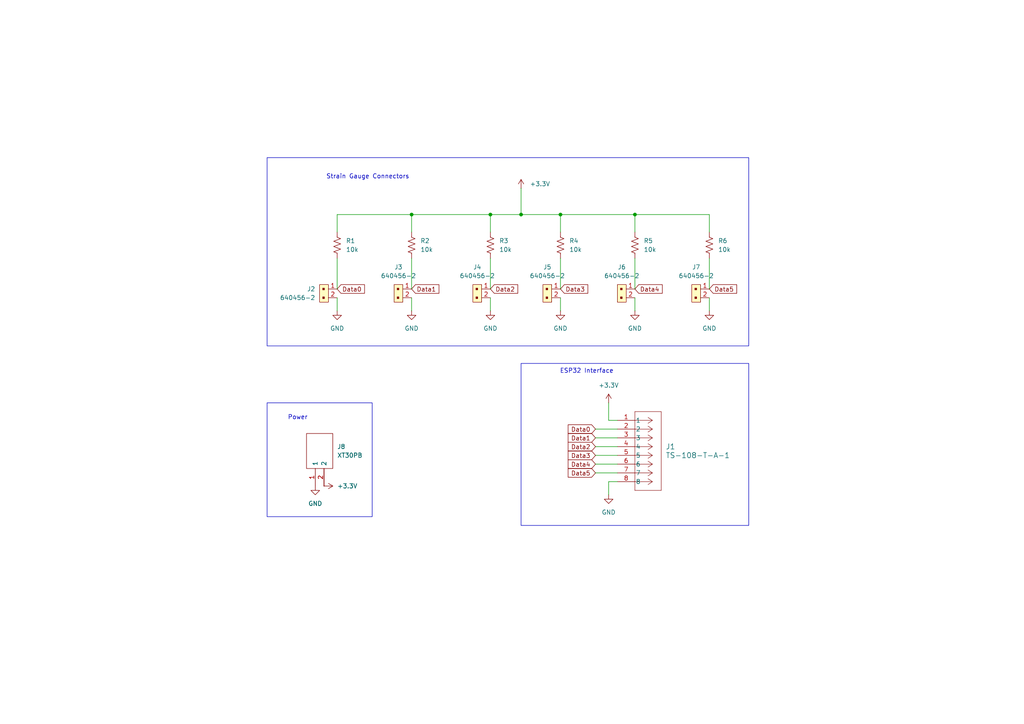
<source format=kicad_sch>
(kicad_sch (version 20231120) (generator "eeschema") (generator_version "8.0")
  (paper "A4")
  (lib_symbols
    (symbol "2024-08-26_21-59-15:TS-108-T-A-1" (pin_names (offset 0.254))
      (property "Reference" "J1" (at 13.97 -7.6199 0))
      (property "Value" "TS-108-T-A-1" (at 13.97 -10.1599 0))
      (symbol "TS-108-T-A-1_1_1"
        (polyline (pts (xy 5.08 -20.32) (xy 12.7 -20.32)) (stroke (width 0.127)))
        (polyline (pts (xy 5.08 2.54) (xy 5.08 -20.32)) (stroke (width 0.127)))
        (polyline (pts (xy 10.16 -17.78) (xy 5.08 -17.78)) (stroke (width 0.127)))
        (polyline (pts (xy 10.16 -17.78) (xy 8.89 -18.6267)) (stroke (width 0.127)))
        (polyline (pts (xy 10.16 -17.78) (xy 8.89 -16.9333)) (stroke (width 0.127)))
        (polyline (pts (xy 10.16 -15.24) (xy 5.08 -15.24)) (stroke (width 0.127)))
        (polyline (pts (xy 10.16 -15.24) (xy 8.89 -16.0867)) (stroke (width 0.127)))
        (polyline (pts (xy 10.16 -15.24) (xy 8.89 -14.3933)) (stroke (width 0.127)))
        (polyline (pts (xy 10.16 -12.7) (xy 5.08 -12.7)) (stroke (width 0.127)))
        (polyline (pts (xy 10.16 -12.7) (xy 8.89 -13.5467)) (stroke (width 0.127)))
        (polyline (pts (xy 10.16 -12.7) (xy 8.89 -11.8533)) (stroke (width 0.127)))
        (polyline (pts (xy 10.16 -10.16) (xy 5.08 -10.16)) (stroke (width 0.127)))
        (polyline (pts (xy 10.16 -10.16) (xy 8.89 -11.0067)) (stroke (width 0.127)))
        (polyline (pts (xy 10.16 -10.16) (xy 8.89 -9.3133)) (stroke (width 0.127)))
        (polyline (pts (xy 10.16 -7.62) (xy 5.08 -7.62)) (stroke (width 0.127)))
        (polyline (pts (xy 10.16 -7.62) (xy 8.89 -8.4667)) (stroke (width 0.127)))
        (polyline (pts (xy 10.16 -7.62) (xy 8.89 -6.7733)) (stroke (width 0.127)))
        (polyline (pts (xy 10.16 -5.08) (xy 5.08 -5.08)) (stroke (width 0.127)))
        (polyline (pts (xy 10.16 -5.08) (xy 8.89 -5.9267)) (stroke (width 0.127)))
        (polyline (pts (xy 10.16 -5.08) (xy 8.89 -4.2333)) (stroke (width 0.127)))
        (polyline (pts (xy 10.16 -2.54) (xy 5.08 -2.54)) (stroke (width 0.127)))
        (polyline (pts (xy 10.16 -2.54) (xy 8.89 -3.3867)) (stroke (width 0.127)))
        (polyline (pts (xy 10.16 -2.54) (xy 8.89 -1.6933)) (stroke (width 0.127)))
        (polyline (pts (xy 10.16 0) (xy 5.08 0)) (stroke (width 0.127)))
        (polyline (pts (xy 10.16 0) (xy 8.89 -0.8467)) (stroke (width 0.127)))
        (polyline (pts (xy 10.16 0) (xy 8.89 0.8467)) (stroke (width 0.127)))
        (polyline (pts (xy 12.7 -20.32) (xy 12.7 2.54)) (stroke (width 0.127)))
        (polyline (pts (xy 12.7 2.54) (xy 5.08 2.54)) (stroke (width 0.127)))
        (pin unspecified line (at 0 0 0) (length 5.08) (name "1") (number "1"))
        (pin unspecified line (at 0 -2.54 0) (length 5.08) (name "2") (number "2"))
        (pin unspecified line (at 0 -5.08 0) (length 5.08) (name "3") (number "3"))
        (pin unspecified line (at 0 -7.62 0) (length 5.08) (name "4") (number "4"))
        (pin unspecified line (at 0 -10.16 0) (length 5.08) (name "5") (number "5"))
        (pin unspecified line (at 0 -12.7 0) (length 5.08) (name "6") (number "6"))
        (pin unspecified line (at 0 -15.24 0) (length 5.08) (name "7") (number "7"))
        (pin unspecified line (at 0 -17.78 0) (length 5.08) (name "8") (number "8"))
      )
      (symbol "TS-108-T-A-1_1_2"
        (polyline (pts (xy 5.08 -20.32) (xy 12.7 -20.32)) (stroke (width 0.127)))
        (polyline (pts (xy 5.08 2.54) (xy 5.08 -20.32)) (stroke (width 0.127)))
        (polyline (pts (xy 7.62 -17.78) (xy 5.08 -17.78)) (stroke (width 0.127)))
        (polyline (pts (xy 7.62 -17.78) (xy 8.89 -18.6267)) (stroke (width 0.127)))
        (polyline (pts (xy 7.62 -17.78) (xy 8.89 -16.9333)) (stroke (width 0.127)))
        (polyline (pts (xy 7.62 -15.24) (xy 5.08 -15.24)) (stroke (width 0.127)))
        (polyline (pts (xy 7.62 -15.24) (xy 8.89 -16.0867)) (stroke (width 0.127)))
        (polyline (pts (xy 7.62 -15.24) (xy 8.89 -14.3933)) (stroke (width 0.127)))
        (polyline (pts (xy 7.62 -12.7) (xy 5.08 -12.7)) (stroke (width 0.127)))
        (polyline (pts (xy 7.62 -12.7) (xy 8.89 -13.5467)) (stroke (width 0.127)))
        (polyline (pts (xy 7.62 -12.7) (xy 8.89 -11.8533)) (stroke (width 0.127)))
        (polyline (pts (xy 7.62 -10.16) (xy 5.08 -10.16)) (stroke (width 0.127)))
        (polyline (pts (xy 7.62 -10.16) (xy 8.89 -11.0067)) (stroke (width 0.127)))
        (polyline (pts (xy 7.62 -10.16) (xy 8.89 -9.3133)) (stroke (width 0.127)))
        (polyline (pts (xy 7.62 -7.62) (xy 5.08 -7.62)) (stroke (width 0.127)))
        (polyline (pts (xy 7.62 -7.62) (xy 8.89 -8.4667)) (stroke (width 0.127)))
        (polyline (pts (xy 7.62 -7.62) (xy 8.89 -6.7733)) (stroke (width 0.127)))
        (polyline (pts (xy 7.62 -5.08) (xy 5.08 -5.08)) (stroke (width 0.127)))
        (polyline (pts (xy 7.62 -5.08) (xy 8.89 -5.9267)) (stroke (width 0.127)))
        (polyline (pts (xy 7.62 -5.08) (xy 8.89 -4.2333)) (stroke (width 0.127)))
        (polyline (pts (xy 7.62 -2.54) (xy 5.08 -2.54)) (stroke (width 0.127)))
        (polyline (pts (xy 7.62 -2.54) (xy 8.89 -3.3867)) (stroke (width 0.127)))
        (polyline (pts (xy 7.62 -2.54) (xy 8.89 -1.6933)) (stroke (width 0.127)))
        (polyline (pts (xy 7.62 0) (xy 5.08 0)) (stroke (width 0.127)))
        (polyline (pts (xy 7.62 0) (xy 8.89 -0.8467)) (stroke (width 0.127)))
        (polyline (pts (xy 7.62 0) (xy 8.89 0.8467)) (stroke (width 0.127)))
        (polyline (pts (xy 12.7 -20.32) (xy 12.7 2.54)) (stroke (width 0.127)))
        (polyline (pts (xy 12.7 2.54) (xy 5.08 2.54)) (stroke (width 0.127)))
        (pin unspecified line (at 0 0 0) (length 5.08) (name "1") (number "1"))
        (pin unspecified line (at 0 -2.54 0) (length 5.08) (name "2") (number "2"))
        (pin unspecified line (at 0 -5.08 0) (length 5.08) (name "3") (number "3"))
        (pin unspecified line (at 0 -7.62 0) (length 5.08) (name "4") (number "4"))
        (pin unspecified line (at 0 -10.16 0) (length 5.08) (name "5") (number "5"))
        (pin unspecified line (at 0 -12.7 0) (length 5.08) (name "6") (number "6"))
        (pin unspecified line (at 0 -15.24 0) (length 5.08) (name "7") (number "7"))
        (pin unspecified line (at 0 -17.78 0) (length 5.08) (name "8") (number "8"))
      )
    )
    (symbol "SparkFun-Resistor:10k_0603" (pin_numbers hide) (pin_names (offset 0))
      (property "Reference" "R" (at 0 -2.54 0))
      (property "Value" "10k" (at 0 2.54 0))
      (symbol "10k_0603_0_1"
        (polyline (pts (xy -2.286 0) (xy -2.54 0)))
        (polyline (pts (xy 2.286 0) (xy 2.54 0)))
        (polyline (pts (xy -0.762 0) (xy -1.143 -1.016) (xy -1.524 0) (xy -1.905 1.016) (xy -2.286 0)))
        (polyline (pts (xy 0.762 0) (xy 0.381 -1.016) (xy 0 0) (xy -0.381 1.016) (xy -0.762 0)))
        (polyline (pts (xy 2.286 0) (xy 1.905 -1.016) (xy 1.524 0) (xy 1.143 1.016) (xy 0.762 0)))
      )
      (symbol "10k_0603_1_1"
        (pin passive line (at 3.81 0 180) (length 1.27) (name "~") (number "1"))
        (pin passive line (at -3.81 0 0) (length 1.27) (name "~") (number "2"))
      )
    )
    (symbol "XT30PB:XT30PB" (pin_names (offset 0.762))
      (property "Reference" "J" (at 16.51 7.62 0))
      (property "Value" "XT30PB" (at 16.51 5.08 0))
      (symbol "XT30PB_0_0"
        (pin passive line (at 0 0 0) (length 5.08) (name "1") (number "1"))
        (pin passive line (at 0 -2.54 0) (length 5.08) (name "2") (number "2"))
      )
      (symbol "XT30PB_0_1"
        (polyline (pts (xy 5.08 2.54) (xy 15.24 2.54) (xy 15.24 -5.08) (xy 5.08 -5.08) (xy 5.08 2.54)) (stroke (width 0.1524)))
      )
    )
    (symbol "dk_Rectangular-Connectors-Headers-Male-Pins:640456-2" (pin_names (offset 1.016))
      (property "Reference" "J" (at -2.54 1.27 0))
      (property "Value" "640456-2" (at 1.27 -3.81 0))
      (symbol "640456-2_1_1"
        (rectangle (start -1.27 0) (end 3.81 -2.54) (fill (type background)))
        (rectangle (start -0.254 -1.143) (end 0.254 -1.651) (fill (type outline)))
        (rectangle (start 2.286 -1.143) (end 2.794 -1.651) (fill (type outline)))
        (pin passive line (at 0 2.54 270) (length 2.54) (name "~") (number "1"))
        (pin passive line (at 2.54 2.54 270) (length 2.54) (name "~") (number "2"))
      )
    )
    (symbol "power:+3.3V" (power) (pin_numbers hide) (pin_names (offset 0) hide)
      (property "Value" "+3.3V" (at 0 3.556 0))
      (symbol "+3.3V_0_1"
        (polyline (pts (xy -0.762 1.27) (xy 0 2.54)))
        (polyline (pts (xy 0 0) (xy 0 2.54)))
        (polyline (pts (xy 0 2.54) (xy 0.762 1.27)))
      )
      (symbol "+3.3V_1_1"
        (pin power_in line (at 0 0 90) (length 0) (name "~") (number "1"))
      )
    )
    (symbol "power:GND" (power) (pin_numbers hide) (pin_names (offset 0) hide)
      (property "Value" "GND" (at 0 -3.81 0))
      (symbol "GND_0_1"
        (polyline (pts (xy 0 0) (xy 0 -1.27) (xy 1.27 -1.27) (xy 0 -2.54) (xy -1.27 -1.27) (xy 0 -1.27)))
      )
      (symbol "GND_1_1"
        (pin power_in line (at 0 0 270) (length 0) (name "~") (number "1"))
      )
    )
  )
  (junction (at 184.15 62.23))
  (junction (at 142.24 62.23))
  (junction (at 119.38 62.23))
  (junction (at 151.13 62.23))
  (junction (at 162.56 62.23))
  (wire (pts (xy 184.15 62.23) (xy 184.15 67.31)))
  (wire (pts (xy 172.72 137.16) (xy 179.07 137.16)))
  (wire (pts (xy 205.74 90.17) (xy 205.74 86.36)))
  (wire (pts (xy 151.13 62.23) (xy 162.56 62.23)))
  (wire (pts (xy 184.15 90.17) (xy 184.15 86.36)))
  (wire (pts (xy 176.53 116.84) (xy 176.53 121.92)))
  (wire (pts (xy 172.72 129.54) (xy 179.07 129.54)))
  (wire (pts (xy 97.79 62.23) (xy 97.79 67.31)))
  (wire (pts (xy 162.56 62.23) (xy 184.15 62.23)))
  (wire (pts (xy 205.74 83.82) (xy 205.74 74.93)))
  (wire (pts (xy 97.79 62.23) (xy 119.38 62.23)))
  (wire (pts (xy 97.79 83.82) (xy 97.79 74.93)))
  (wire (pts (xy 142.24 62.23) (xy 151.13 62.23)))
  (wire (pts (xy 172.72 127) (xy 179.07 127)))
  (wire (pts (xy 142.24 62.23) (xy 142.24 67.31)))
  (wire (pts (xy 119.38 83.82) (xy 119.38 74.93)))
  (wire (pts (xy 184.15 62.23) (xy 205.74 62.23)))
  (wire (pts (xy 176.53 121.92) (xy 179.07 121.92)))
  (wire (pts (xy 172.72 124.46) (xy 179.07 124.46)))
  (wire (pts (xy 162.56 90.17) (xy 162.56 86.36)))
  (wire (pts (xy 142.24 83.82) (xy 142.24 74.93)))
  (wire (pts (xy 142.24 90.17) (xy 142.24 86.36)))
  (wire (pts (xy 176.53 143.51) (xy 176.53 139.7)))
  (wire (pts (xy 119.38 62.23) (xy 142.24 62.23)))
  (wire (pts (xy 205.74 62.23) (xy 205.74 67.31)))
  (wire (pts (xy 176.53 139.7) (xy 179.07 139.7)))
  (wire (pts (xy 162.56 62.23) (xy 162.56 67.31)))
  (wire (pts (xy 172.72 132.08) (xy 179.07 132.08)))
  (wire (pts (xy 151.13 54.61) (xy 151.13 62.23)))
  (wire (pts (xy 97.79 90.17) (xy 97.79 86.36)))
  (wire (pts (xy 119.38 62.23) (xy 119.38 67.31)))
  (wire (pts (xy 184.15 83.82) (xy 184.15 74.93)))
  (wire (pts (xy 119.38 90.17) (xy 119.38 86.36)))
  (wire (pts (xy 162.56 83.82) (xy 162.56 74.93)))
  (wire (pts (xy 172.72 134.62) (xy 179.07 134.62)))
  (rectangle (start 77.47 116.84) (end 107.95 149.86))
  (rectangle (start 77.47 45.72) (end 217.17 100.33))
  (rectangle (start 151.13 105.41) (end 217.17 152.4))
  (text "Power\n" (at 86.36 121.158 0) (effects (font (size 1.27 1.27))))
  (text "ESP32 Interface" (at 170.18 107.696 0) (effects (font (size 1.27 1.27))))
  (text "Strain Gauge Connectors" (at 106.68 51.308 0) (effects (font (size 1.27 1.27))))
  (global_label "Data2" (shape input) (at 142.24 83.82 0) (property "Intersheetrefs" "${INTERSHEET_REFS}" (effects (hide yes))))
  (global_label "Data4" (shape input) (at 184.15 83.82 0) (property "Intersheetrefs" "${INTERSHEET_REFS}" (effects (hide yes))))
  (global_label "Data2" (shape input) (at 172.72 129.54 180) (property "Intersheetrefs" "${INTERSHEET_REFS}" (effects (hide yes))))
  (global_label "Data3" (shape input) (at 162.56 83.82 0) (property "Intersheetrefs" "${INTERSHEET_REFS}" (effects (hide yes))))
  (global_label "Data5" (shape input) (at 172.72 137.16 180) (property "Intersheetrefs" "${INTERSHEET_REFS}" (effects (hide yes))))
  (global_label "Data0" (shape input) (at 97.79 83.82 0) (property "Intersheetrefs" "${INTERSHEET_REFS}" (effects (hide yes))))
  (global_label "Data5" (shape input) (at 205.74 83.82 0) (property "Intersheetrefs" "${INTERSHEET_REFS}" (effects (hide yes))))
  (global_label "Data0" (shape input) (at 172.72 124.46 180) (property "Intersheetrefs" "${INTERSHEET_REFS}" (effects (hide yes))))
  (global_label "Data1" (shape input) (at 172.72 127 180) (property "Intersheetrefs" "${INTERSHEET_REFS}" (effects (hide yes))))
  (global_label "Data4" (shape input) (at 172.72 134.62 180) (property "Intersheetrefs" "${INTERSHEET_REFS}" (effects (hide yes))))
  (global_label "Data1" (shape input) (at 119.38 83.82 0) (property "Intersheetrefs" "${INTERSHEET_REFS}" (effects (hide yes))))
  (global_label "Data3" (shape input) (at 172.72 132.08 180) (property "Intersheetrefs" "${INTERSHEET_REFS}" (effects (hide yes))))
  (symbol (lib_id "power:+3.3V") (at 151.13 54.61 0) (unit 1)
    (property "Reference" "#PWR01" (effects (hide yes)))
    (property "Value" "+3.3V" (at 153.67 53.3399 0) (effects (justify left)))
    (property "Description" "Power symbol creates a global label with name \"+3.3V\"" (effects (hide yes)))
  )
  (symbol (lib_id "power:GND") (at 162.56 90.17 0) (unit 1)
    (property "Reference" "#PWR05" (effects (hide yes)))
    (property "Value" "GND" (at 162.56 95.25 0))
    (property "Description" "Power symbol creates a global label with name \"GND\" , ground" (effects (hide yes)))
  )
  (symbol (lib_id "SparkFun-Resistor:10k_0603") (at 184.15 71.12 90) (unit 1)
    (property "Reference" "R5" (at 186.69 69.8499 90) (effects (justify right)))
    (property "Value" "10k" (at 186.69 72.3899 90) (effects (justify right)))
    (property "Footprint" "Resistor_SMD:R_0603_1608Metric" (effects (hide yes)))
    (property "Datasheet" "https://www.vishay.com/docs/20035/dcrcwe3.pdf" (effects (hide yes)))
    (property "Description" "Resistor" (effects (hide yes)))
    (property "PROD_ID" "RES-00824" (effects (hide yes)))
  )
  (symbol (lib_id "dk_Rectangular-Connectors-Headers-Male-Pins:640456-2") (at 139.7 83.82 270) (unit 1)
    (property "Reference" "J4" (at 138.43 77.47 90))
    (property "Value" "640456-2" (at 138.43 80.01 90))
    (property "Footprint" "digikey-footprints:PinHeader_1x2_P2.54mm_Drill1.02mm" (effects (hide yes)))
    (property "Datasheet" "https://www.te.com/commerce/DocumentDelivery/DDEController?Action=srchrtrv&DocNm=640456&DocType=Customer+Drawing&DocLang=English" (effects (hide yes)))
    (property "Description" "CONN HEADER VERT 2POS 2.54MM" (effects (hide yes)))
    (property "Digi-Key_PN" "A1921-ND" (effects (hide yes)))
    (property "MPN" "640456-2" (effects (hide yes)))
    (property "Category" "Connectors, Interconnects" (effects (hide yes)))
    (property "Family" "Rectangular Connectors - Headers, Male Pins" (effects (hide yes)))
    (property "DK_Datasheet_Link" "https://www.te.com/commerce/DocumentDelivery/DDEController?Action=srchrtrv&DocNm=640456&DocType=Customer+Drawing&DocLang=English" (effects (hide yes)))
    (property "DK_Detail_Page" "/product-detail/en/te-connectivity-amp-connectors/640456-2/A1921-ND/109003" (effects (hide yes)))
    (property "Description_1" "CONN HEADER VERT 2POS 2.54MM" (effects (hide yes)))
    (property "Manufacturer" "TE Connectivity AMP Connectors" (effects (hide yes)))
    (property "Status" "Active" (effects (hide yes)))
  )
  (symbol (lib_id "SparkFun-Resistor:10k_0603") (at 97.79 71.12 90) (unit 1)
    (property "Reference" "R1" (at 100.33 69.8499 90) (effects (justify right)))
    (property "Value" "10k" (at 100.33 72.3899 90) (effects (justify right)))
    (property "Footprint" "Resistor_SMD:R_0603_1608Metric" (effects (hide yes)))
    (property "Datasheet" "https://www.vishay.com/docs/20035/dcrcwe3.pdf" (effects (hide yes)))
    (property "Description" "Resistor" (effects (hide yes)))
    (property "PROD_ID" "RES-00824" (effects (hide yes)))
  )
  (symbol (lib_id "power:GND") (at 97.79 90.17 0) (unit 1)
    (property "Reference" "#PWR02" (effects (hide yes)))
    (property "Value" "GND" (at 97.79 95.25 0))
    (property "Description" "Power symbol creates a global label with name \"GND\" , ground" (effects (hide yes)))
  )
  (symbol (lib_id "SparkFun-Resistor:10k_0603") (at 205.74 71.12 90) (unit 1)
    (property "Reference" "R6" (at 208.28 69.8499 90) (effects (justify right)))
    (property "Value" "10k" (at 208.28 72.3899 90) (effects (justify right)))
    (property "Footprint" "Resistor_SMD:R_0603_1608Metric" (effects (hide yes)))
    (property "Datasheet" "https://www.vishay.com/docs/20035/dcrcwe3.pdf" (effects (hide yes)))
    (property "Description" "Resistor" (effects (hide yes)))
    (property "PROD_ID" "RES-00824" (effects (hide yes)))
  )
  (symbol (lib_id "dk_Rectangular-Connectors-Headers-Male-Pins:640456-2") (at 95.25 83.82 270) (unit 1)
    (property "Reference" "J2" (at 91.44 83.8199 90) (effects (justify right)))
    (property "Value" "640456-2" (at 91.44 86.3599 90) (effects (justify right)))
    (property "Footprint" "digikey-footprints:PinHeader_1x2_P2.54mm_Drill1.02mm" (effects (hide yes)))
    (property "Datasheet" "https://www.te.com/commerce/DocumentDelivery/DDEController?Action=srchrtrv&DocNm=640456&DocType=Customer+Drawing&DocLang=English" (effects (hide yes)))
    (property "Description" "CONN HEADER VERT 2POS 2.54MM" (effects (hide yes)))
    (property "Digi-Key_PN" "A1921-ND" (effects (hide yes)))
    (property "MPN" "640456-2" (effects (hide yes)))
    (property "Category" "Connectors, Interconnects" (effects (hide yes)))
    (property "Family" "Rectangular Connectors - Headers, Male Pins" (effects (hide yes)))
    (property "DK_Datasheet_Link" "https://www.te.com/commerce/DocumentDelivery/DDEController?Action=srchrtrv&DocNm=640456&DocType=Customer+Drawing&DocLang=English" (effects (hide yes)))
    (property "DK_Detail_Page" "/product-detail/en/te-connectivity-amp-connectors/640456-2/A1921-ND/109003" (effects (hide yes)))
    (property "Description_1" "CONN HEADER VERT 2POS 2.54MM" (effects (hide yes)))
    (property "Manufacturer" "TE Connectivity AMP Connectors" (effects (hide yes)))
    (property "Status" "Active" (effects (hide yes)))
  )
  (symbol (lib_id "XT30PB:XT30PB") (at 91.44 140.97 90) (unit 1)
    (property "Reference" "J8" (at 97.79 129.5399 90) (effects (justify right)))
    (property "Value" "XT30PB" (at 97.79 132.0799 90) (effects (justify right)))
    (property "Footprint" "Connector_AMASS:AMASS_XT30U-F_1x02_P5.0mm_Vertical" (effects (hide yes)))
    (property "Datasheet" "https://www.tme.eu/Document/4acc913878197f8c2e30d4b8cdc47230/XT30UPB%20SPEC.pdf" (effects (hide yes)))
    (property "Description" "Mini XT60 XT30 Connector for RC Multirotor Racing Drone Quadcopter" (effects (hide yes)))
    (property "Description_1" "Mini XT60 XT30 Connector for RC Multirotor Racing Drone Quadcopter" (effects (hide yes)))
    (property "Height" "10.7" (effects (hide yes)))
    (property "Manufacturer_Name" "Amass" (effects (hide yes)))
    (property "Manufacturer_Part_Number" "XT30PB" (effects (hide yes)))
  )
  (symbol (lib_id "SparkFun-Resistor:10k_0603") (at 142.24 71.12 90) (unit 1)
    (property "Reference" "R3" (at 144.78 69.8499 90) (effects (justify right)))
    (property "Value" "10k" (at 144.78 72.3899 90) (effects (justify right)))
    (property "Footprint" "Resistor_SMD:R_0603_1608Metric" (effects (hide yes)))
    (property "Datasheet" "https://www.vishay.com/docs/20035/dcrcwe3.pdf" (effects (hide yes)))
    (property "Description" "Resistor" (effects (hide yes)))
    (property "PROD_ID" "RES-00824" (effects (hide yes)))
  )
  (symbol (lib_id "SparkFun-Resistor:10k_0603") (at 119.38 71.12 90) (unit 1)
    (property "Reference" "R2" (at 121.92 69.8499 90) (effects (justify right)))
    (property "Value" "10k" (at 121.92 72.3899 90) (effects (justify right)))
    (property "Footprint" "Resistor_SMD:R_0603_1608Metric" (effects (hide yes)))
    (property "Datasheet" "https://www.vishay.com/docs/20035/dcrcwe3.pdf" (effects (hide yes)))
    (property "Description" "Resistor" (effects (hide yes)))
    (property "PROD_ID" "RES-00824" (effects (hide yes)))
  )
  (symbol (lib_id "power:GND") (at 119.38 90.17 0) (unit 1)
    (property "Reference" "#PWR03" (effects (hide yes)))
    (property "Value" "GND" (at 119.38 95.25 0))
    (property "Description" "Power symbol creates a global label with name \"GND\" , ground" (effects (hide yes)))
  )
  (symbol (lib_id "dk_Rectangular-Connectors-Headers-Male-Pins:640456-2") (at 160.02 83.82 270) (unit 1)
    (property "Reference" "J5" (at 158.75 77.47 90))
    (property "Value" "640456-2" (at 158.75 80.01 90))
    (property "Footprint" "digikey-footprints:PinHeader_1x2_P2.54mm_Drill1.02mm" (effects (hide yes)))
    (property "Datasheet" "https://www.te.com/commerce/DocumentDelivery/DDEController?Action=srchrtrv&DocNm=640456&DocType=Customer+Drawing&DocLang=English" (effects (hide yes)))
    (property "Description" "CONN HEADER VERT 2POS 2.54MM" (effects (hide yes)))
    (property "Digi-Key_PN" "A1921-ND" (effects (hide yes)))
    (property "MPN" "640456-2" (effects (hide yes)))
    (property "Category" "Connectors, Interconnects" (effects (hide yes)))
    (property "Family" "Rectangular Connectors - Headers, Male Pins" (effects (hide yes)))
    (property "DK_Datasheet_Link" "https://www.te.com/commerce/DocumentDelivery/DDEController?Action=srchrtrv&DocNm=640456&DocType=Customer+Drawing&DocLang=English" (effects (hide yes)))
    (property "DK_Detail_Page" "/product-detail/en/te-connectivity-amp-connectors/640456-2/A1921-ND/109003" (effects (hide yes)))
    (property "Description_1" "CONN HEADER VERT 2POS 2.54MM" (effects (hide yes)))
    (property "Manufacturer" "TE Connectivity AMP Connectors" (effects (hide yes)))
    (property "Status" "Active" (effects (hide yes)))
  )
  (symbol (lib_id "dk_Rectangular-Connectors-Headers-Male-Pins:640456-2") (at 181.61 83.82 270) (unit 1)
    (property "Reference" "J6" (at 180.34 77.47 90))
    (property "Value" "640456-2" (at 180.34 80.01 90))
    (property "Footprint" "digikey-footprints:PinHeader_1x2_P2.54mm_Drill1.02mm" (effects (hide yes)))
    (property "Datasheet" "https://www.te.com/commerce/DocumentDelivery/DDEController?Action=srchrtrv&DocNm=640456&DocType=Customer+Drawing&DocLang=English" (effects (hide yes)))
    (property "Description" "CONN HEADER VERT 2POS 2.54MM" (effects (hide yes)))
    (property "Digi-Key_PN" "A1921-ND" (effects (hide yes)))
    (property "MPN" "640456-2" (effects (hide yes)))
    (property "Category" "Connectors, Interconnects" (effects (hide yes)))
    (property "Family" "Rectangular Connectors - Headers, Male Pins" (effects (hide yes)))
    (property "DK_Datasheet_Link" "https://www.te.com/commerce/DocumentDelivery/DDEController?Action=srchrtrv&DocNm=640456&DocType=Customer+Drawing&DocLang=English" (effects (hide yes)))
    (property "DK_Detail_Page" "/product-detail/en/te-connectivity-amp-connectors/640456-2/A1921-ND/109003" (effects (hide yes)))
    (property "Description_1" "CONN HEADER VERT 2POS 2.54MM" (effects (hide yes)))
    (property "Manufacturer" "TE Connectivity AMP Connectors" (effects (hide yes)))
    (property "Status" "Active" (effects (hide yes)))
  )
  (symbol (lib_id "power:+3.3V") (at 93.98 140.97 270) (unit 1)
    (property "Reference" "#PWR011" (effects (hide yes)))
    (property "Value" "+3.3V" (at 97.79 140.9699 90) (effects (justify left)))
    (property "Description" "Power symbol creates a global label with name \"+3.3V\"" (effects (hide yes)))
  )
  (symbol (lib_id "SparkFun-Resistor:10k_0603") (at 162.56 71.12 90) (unit 1)
    (property "Reference" "R4" (at 165.1 69.8499 90) (effects (justify right)))
    (property "Value" "10k" (at 165.1 72.3899 90) (effects (justify right)))
    (property "Footprint" "Resistor_SMD:R_0603_1608Metric" (effects (hide yes)))
    (property "Datasheet" "https://www.vishay.com/docs/20035/dcrcwe3.pdf" (effects (hide yes)))
    (property "Description" "Resistor" (effects (hide yes)))
    (property "PROD_ID" "RES-00824" (effects (hide yes)))
  )
  (symbol (lib_id "power:GND") (at 91.44 140.97 0) (unit 1)
    (property "Reference" "#PWR010" (effects (hide yes)))
    (property "Value" "GND" (at 91.44 146.05 0))
    (property "Description" "Power symbol creates a global label with name \"GND\" , ground" (effects (hide yes)))
  )
  (symbol (lib_id "power:GND") (at 184.15 90.17 0) (unit 1)
    (property "Reference" "#PWR06" (effects (hide yes)))
    (property "Value" "GND" (at 184.15 95.25 0))
    (property "Description" "Power symbol creates a global label with name \"GND\" , ground" (effects (hide yes)))
  )
  (symbol (lib_id "power:+3.3V") (at 176.53 116.84 0) (unit 1)
    (property "Reference" "#PWR08" (effects (hide yes)))
    (property "Value" "+3.3V" (at 176.53 111.76 0))
    (property "Description" "Power symbol creates a global label with name \"+3.3V\"" (effects (hide yes)))
  )
  (symbol (lib_id "2024-08-26_21-59-15:TS-108-T-A-1") (at 179.07 121.92 0) (unit 1)
    (property "Reference" "J1" (at 193.04 129.5399 0) (effects (font (size 1.524 1.524)) (justify left)))
    (property "Value" "TS-108-T-A-1" (at 193.04 132.0799 0) (effects (font (size 1.524 1.524)) (justify left)))
    (property "Footprint" "Library:CON8_1X8_TUC_HTS_SAI" (effects (hide yes)))
    (property "Datasheet" "TS-108-T-A-1" (effects (hide yes)))
  )
  (symbol (lib_id "dk_Rectangular-Connectors-Headers-Male-Pins:640456-2") (at 203.2 83.82 270) (unit 1)
    (property "Reference" "J7" (at 201.93 77.47 90))
    (property "Value" "640456-2" (at 201.93 80.01 90))
    (property "Footprint" "digikey-footprints:PinHeader_1x2_P2.54mm_Drill1.02mm" (effects (hide yes)))
    (property "Datasheet" "https://www.te.com/commerce/DocumentDelivery/DDEController?Action=srchrtrv&DocNm=640456&DocType=Customer+Drawing&DocLang=English" (effects (hide yes)))
    (property "Description" "CONN HEADER VERT 2POS 2.54MM" (effects (hide yes)))
    (property "Digi-Key_PN" "A1921-ND" (effects (hide yes)))
    (property "MPN" "640456-2" (effects (hide yes)))
    (property "Category" "Connectors, Interconnects" (effects (hide yes)))
    (property "Family" "Rectangular Connectors - Headers, Male Pins" (effects (hide yes)))
    (property "DK_Datasheet_Link" "https://www.te.com/commerce/DocumentDelivery/DDEController?Action=srchrtrv&DocNm=640456&DocType=Customer+Drawing&DocLang=English" (effects (hide yes)))
    (property "DK_Detail_Page" "/product-detail/en/te-connectivity-amp-connectors/640456-2/A1921-ND/109003" (effects (hide yes)))
    (property "Description_1" "CONN HEADER VERT 2POS 2.54MM" (effects (hide yes)))
    (property "Manufacturer" "TE Connectivity AMP Connectors" (effects (hide yes)))
    (property "Status" "Active" (effects (hide yes)))
  )
  (symbol (lib_id "dk_Rectangular-Connectors-Headers-Male-Pins:640456-2") (at 116.84 83.82 270) (unit 1)
    (property "Reference" "J3" (at 115.57 77.47 90))
    (property "Value" "640456-2" (at 115.57 80.01 90))
    (property "Footprint" "digikey-footprints:PinHeader_1x2_P2.54mm_Drill1.02mm" (effects (hide yes)))
    (property "Datasheet" "https://www.te.com/commerce/DocumentDelivery/DDEController?Action=srchrtrv&DocNm=640456&DocType=Customer+Drawing&DocLang=English" (effects (hide yes)))
    (property "Description" "CONN HEADER VERT 2POS 2.54MM" (effects (hide yes)))
    (property "Digi-Key_PN" "A1921-ND" (effects (hide yes)))
    (property "MPN" "640456-2" (effects (hide yes)))
    (property "Category" "Connectors, Interconnects" (effects (hide yes)))
    (property "Family" "Rectangular Connectors - Headers, Male Pins" (effects (hide yes)))
    (property "DK_Datasheet_Link" "https://www.te.com/commerce/DocumentDelivery/DDEController?Action=srchrtrv&DocNm=640456&DocType=Customer+Drawing&DocLang=English" (effects (hide yes)))
    (property "DK_Detail_Page" "/product-detail/en/te-connectivity-amp-connectors/640456-2/A1921-ND/109003" (effects (hide yes)))
    (property "Description_1" "CONN HEADER VERT 2POS 2.54MM" (effects (hide yes)))
    (property "Manufacturer" "TE Connectivity AMP Connectors" (effects (hide yes)))
    (property "Status" "Active" (effects (hide yes)))
  )
  (symbol (lib_id "power:GND") (at 142.24 90.17 0) (unit 1)
    (property "Reference" "#PWR04" (effects (hide yes)))
    (property "Value" "GND" (at 142.24 95.25 0))
    (property "Description" "Power symbol creates a global label with name \"GND\" , ground" (effects (hide yes)))
  )
  (symbol (lib_id "power:GND") (at 205.74 90.17 0) (unit 1)
    (property "Reference" "#PWR07" (effects (hide yes)))
    (property "Value" "GND" (at 205.74 95.25 0))
    (property "Description" "Power symbol creates a global label with name \"GND\" , ground" (effects (hide yes)))
  )
  (symbol (lib_id "power:GND") (at 176.53 143.51 0) (unit 1)
    (property "Reference" "#PWR09" (effects (hide yes)))
    (property "Value" "GND" (at 176.53 148.59 0))
    (property "Description" "Power symbol creates a global label with name \"GND\" , ground" (effects (hide yes)))
  )
)
</source>
